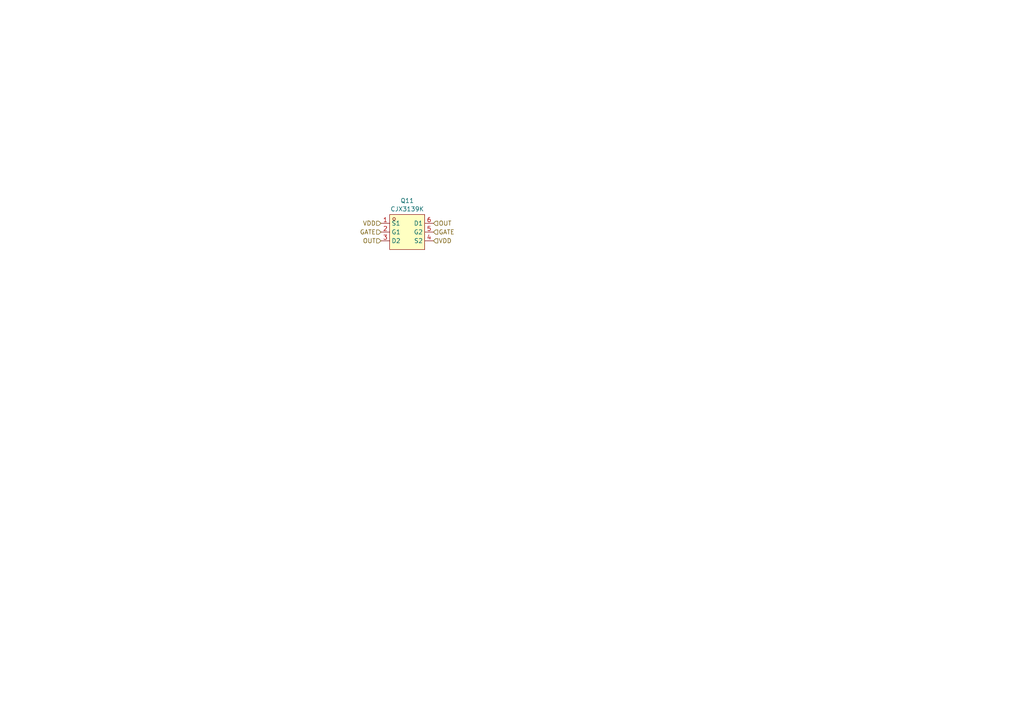
<source format=kicad_sch>
(kicad_sch (version 20231120) (generator "eeschema") (generator_version "8.0")
  (paper "A4")
  (lib_symbols
    (symbol "easyeda2kicad:CJX3139K"
      (property "Reference" "Q" (at 0 7.62 0))
      (property "Value" "CJX3139K" (at 0 -7.62 0))
      (symbol "CJX3139K_0_1"
        (rectangle (start -5.08 5.08) (end 5.08 -5.08) (fill (type background)))
        (circle (center -3.81 3.81) (radius 0.38))
        (pin unspecified line (at -7.62 2.54 0) (length 2.54) (name "S1") (number "1"))
        (pin unspecified line (at -7.62 0 0) (length 2.54) (name "G1") (number "2"))
        (pin unspecified line (at -7.62 -2.54 0) (length 2.54) (name "D2") (number "3"))
        (pin unspecified line (at 7.62 -2.54 180) (length 2.54) (name "S2") (number "4"))
        (pin unspecified line (at 7.62 0 180) (length 2.54) (name "G2") (number "5"))
        (pin unspecified line (at 7.62 2.54 180) (length 2.54) (name "D1") (number "6"))
      )
    )
  )
  (hierarchical_label "OUT" (shape input) (at 125.73 64.77 0))
  (hierarchical_label "GATE" (shape input) (at 125.73 67.31 0))
  (hierarchical_label "VDD" (shape input) (at 125.73 69.85 0))
  (hierarchical_label "VDD" (shape input) (at 110.49 64.77 180))
  (hierarchical_label "GATE" (shape input) (at 110.49 67.31 180))
  (hierarchical_label "OUT" (shape input) (at 110.49 69.85 180))
  (symbol (lib_id "easyeda2kicad:CJX3139K") (at 118.11 67.31 0) (unit 1)
    (property "Reference" "Q11" (at 118.11 58.2125 0))
    (property "Value" "CJX3139K" (at 118.11 60.6368 0))
    (property "Footprint" "easyeda2kicad:SOT-563_L1.6-W1.2-P0.50-LS1.6-BR" (effects (hide yes)))
    (property "Datasheet" "https://lcsc.com/product-detail/MOSFET_CJ-CJX3139K_C504144.html" (effects (hide yes)))
    (property "LCSC Part" "C504144" (effects (hide yes)))
    (instances (project "ledboad" (path "" (reference "Q11") (unit 1)) (path "" (reference "Q13") (unit 1)) (path "" (reference "Q16") (unit 1)) (path "" (reference "Q15") (unit 1)) (path "" (reference "Q12") (unit 1)) (path "" (reference "Q14") (unit 1)) (path "" (reference "Q9") (unit 1)) (path "" (reference "Q10") (unit 1))))
  )
)
</source>
